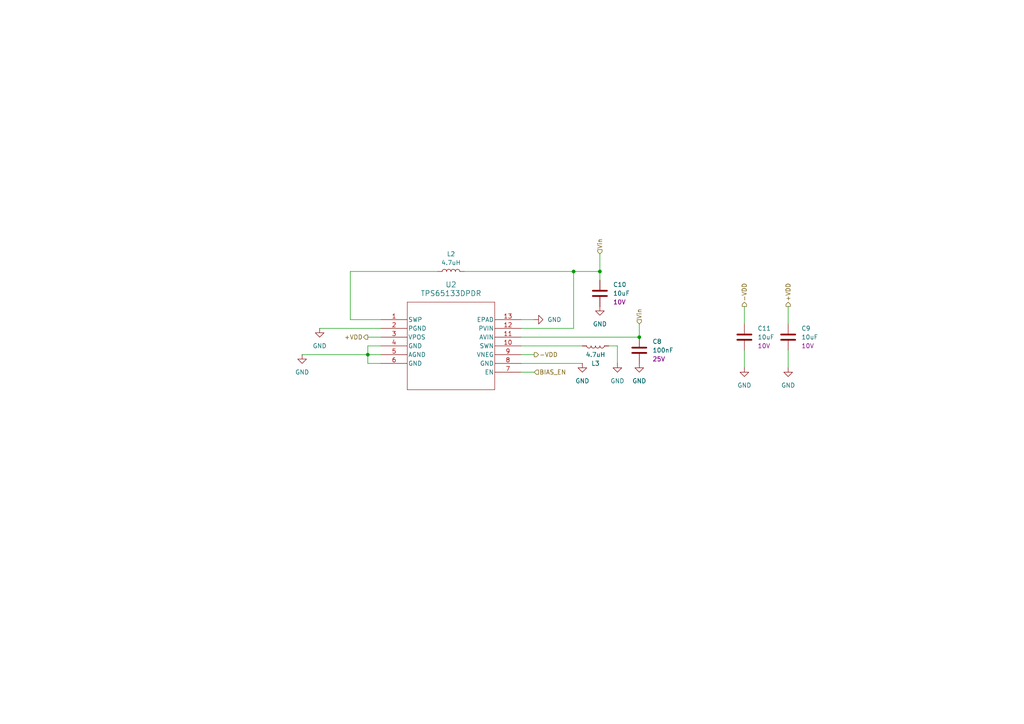
<source format=kicad_sch>
(kicad_sch (version 20250114) (generator "eeschema") (generator_version "9.0")
  (paper "A4")
  (title_block (date "2025-09-01") (rev "Proto A"))
  (lib_symbols
    (symbol "VXDash_ICs:TPS65133DPDR" (pin_names (offset 0.254))
      (property "Reference" "U" (at 20.32 10.16 0))
      (property "Value" "TPS65133DPDR" (at 20.32 7.62 0))
      (symbol "TPS65133DPDR_0_1"
        (polyline (pts (xy 7.62 5.08) (xy 7.62 -20.32)) (stroke (width 0.127)))
        (polyline (pts (xy 7.62 -20.32) (xy 33.02 -20.32)) (stroke (width 0.127)))
        (polyline (pts (xy 33.02 5.08) (xy 7.62 5.08)) (stroke (width 0.127)))
        (polyline (pts (xy 33.02 -20.32) (xy 33.02 5.08)) (stroke (width 0.127)))
        (pin unspecified line (at 0 0 0) (length 7.62) (name "SWP") (number "1"))
        (pin power_out line (at 0 -2.54 0) (length 7.62) (name "PGND") (number "2"))
        (pin unspecified line (at 0 -5.08 0) (length 7.62) (name "VPOS") (number "3"))
        (pin power_out line (at 0 -7.62 0) (length 7.62) (name "GND") (number "4"))
        (pin power_out line (at 0 -10.16 0) (length 7.62) (name "AGND") (number "5"))
        (pin power_out line (at 0 -12.7 0) (length 7.62) (name "GND") (number "6"))
        (pin unspecified line (at 40.64 0 180) (length 7.62) (name "EPAD") (number "13"))
        (pin unspecified line (at 40.64 -2.54 180) (length 7.62) (name "PVIN") (number "12"))
        (pin unspecified line (at 40.64 -5.08 180) (length 7.62) (name "AVIN") (number "11"))
        (pin unspecified line (at 40.64 -7.62 180) (length 7.62) (name "SWN") (number "10"))
        (pin unspecified line (at 40.64 -10.16 180) (length 7.62) (name "VNEG") (number "9"))
        (pin power_out line (at 40.64 -12.7 180) (length 7.62) (name "GND") (number "8"))
        (pin unspecified line (at 40.64 -15.24 180) (length 7.62) (name "EN") (number "7"))
      )
    )
    (symbol "VXDash_passives:Cap_MLCC" (pin_numbers (hide yes)) (pin_names (offset 0.254))
      (property "Reference" "C" (at 2.54 2.54 0))
      (property "Value" "Cap_MLCC" (at 2.54 0 0))
      (property "Voltage" "50V" (at 2.54 -2.54 0))
      (symbol "Cap_MLCC_0_1"
        (polyline (pts (xy -2.032 0.762) (xy 2.032 0.762)) (stroke (width 0.508)))
        (polyline (pts (xy -2.032 -0.762) (xy 2.032 -0.762)) (stroke (width 0.508)))
      )
      (symbol "Cap_MLCC_1_1"
        (pin passive line (at 0 3.81 270) (length 2.794) (name "~") (number "1"))
        (pin passive line (at 0 -3.81 90) (length 2.794) (name "~") (number "2"))
      )
    )
    (symbol "VXDash_passives:Ind" (pin_numbers (hide yes)) (pin_names (offset 1.016) (hide yes))
      (property "Reference" "L" (at -2.54 5.08 0))
      (property "Value" "Ind" (at -2.54 2.54 0))
      (symbol "Ind_0_1"
        (arc (start -2.54 0) (mid -1.905 0.6323) (end -1.27 0))
        (arc (start -1.27 0) (mid -0.635 0.6323) (end 0 0))
        (arc (start 0 0) (mid 0.635 0.6323) (end 1.27 0))
        (arc (start 1.27 0) (mid 1.905 0.6323) (end 2.54 0))
      )
      (symbol "Ind_1_1"
        (pin passive line (at -3.81 0 0) (length 1.27) (name "1") (number "1"))
        (pin passive line (at 3.81 0 180) (length 1.27) (name "2") (number "2"))
      )
    )
    (symbol "power:GND" (power) (pin_numbers (hide yes)) (pin_names (offset 0) (hide yes))
      (property "Value" "GND" (at 0 -3.81 0))
      (symbol "GND_0_1"
        (polyline (pts (xy 0 0) (xy 0 -1.27) (xy 1.27 -1.27) (xy 0 -2.54) (xy -1.27 -1.27) (xy 0 -1.27)))
      )
      (symbol "GND_1_1"
        (pin power_in line (at 0 0 270) (length 0) (name "~") (number "1"))
      )
    )
  )
  (junction (at 185.42 97.79))
  (junction (at 106.68 102.87))
  (junction (at 166.37 78.74))
  (junction (at 173.99 78.74))
  (wire (pts (xy 173.99 73.66) (xy 173.99 78.74)))
  (wire (pts (xy 185.42 93.98) (xy 185.42 97.79)))
  (wire (pts (xy 87.63 102.87) (xy 106.68 102.87)))
  (wire (pts (xy 166.37 78.74) (xy 173.99 78.74)))
  (wire (pts (xy 101.6 78.74) (xy 101.6 92.71)))
  (wire (pts (xy 151.13 107.95) (xy 154.94 107.95)))
  (wire (pts (xy 215.9 101.6) (xy 215.9 106.68)))
  (wire (pts (xy 179.07 100.33) (xy 179.07 105.41)))
  (wire (pts (xy 173.99 78.74) (xy 173.99 81.28)))
  (wire (pts (xy 127 78.74) (xy 101.6 78.74)))
  (wire (pts (xy 151.13 105.41) (xy 168.91 105.41)))
  (wire (pts (xy 101.6 92.71) (xy 110.49 92.71)))
  (wire (pts (xy 106.68 100.33) (xy 106.68 102.87)))
  (wire (pts (xy 106.68 105.41) (xy 106.68 102.87)))
  (wire (pts (xy 228.6 88.9) (xy 228.6 93.98)))
  (wire (pts (xy 106.68 97.79) (xy 110.49 97.79)))
  (wire (pts (xy 166.37 95.25) (xy 166.37 78.74)))
  (wire (pts (xy 151.13 97.79) (xy 185.42 97.79)))
  (wire (pts (xy 151.13 95.25) (xy 166.37 95.25)))
  (wire (pts (xy 106.68 102.87) (xy 110.49 102.87)))
  (wire (pts (xy 110.49 105.41) (xy 106.68 105.41)))
  (wire (pts (xy 166.37 78.74) (xy 134.62 78.74)))
  (wire (pts (xy 92.71 95.25) (xy 110.49 95.25)))
  (wire (pts (xy 228.6 101.6) (xy 228.6 106.68)))
  (wire (pts (xy 176.53 100.33) (xy 179.07 100.33)))
  (wire (pts (xy 151.13 102.87) (xy 154.94 102.87)))
  (wire (pts (xy 110.49 100.33) (xy 106.68 100.33)))
  (wire (pts (xy 151.13 100.33) (xy 168.91 100.33)))
  (wire (pts (xy 215.9 88.9) (xy 215.9 93.98)))
  (wire (pts (xy 151.13 92.71) (xy 154.94 92.71)))
  (hierarchical_label "Vin" (shape input) (at 185.42 93.98 90))
  (hierarchical_label "-VDD" (shape output) (at 154.94 102.87 0))
  (hierarchical_label "+VDD" (shape output) (at 106.68 97.79 180))
  (hierarchical_label "BIAS_EN" (shape input) (at 154.94 107.95 0))
  (hierarchical_label "+VDD" (shape output) (at 228.6 88.9 90))
  (hierarchical_label "Vin" (shape input) (at 173.99 73.66 90))
  (hierarchical_label "-VDD" (shape output) (at 215.9 88.9 90))
  (symbol (lib_id "VXDash_passives:Cap_MLCC") (at 215.9 97.79 0) (unit 1)
    (property "Reference" "C11" (at 219.71 95.2499 0) (effects (justify left)))
    (property "Value" "10uF" (at 219.71 97.7899 0) (effects (justify left)))
    (property "Footprint" "Capacitor_SMD:C_0805_2012Metric" (effects (hide yes)))
    (property "Description" "Ceramic Capacitor" (effects (hide yes)))
    (property "Voltage" "10V" (at 219.71 100.3299 0) (effects (justify left)))
    (property "Tol" "10%" (effects (hide yes)))
    (property "Dielectric" "X7R" (effects (hide yes)))
  )
  (symbol (lib_id "VXDash_passives:Cap_MLCC") (at 173.99 85.09 0) (unit 1)
    (property "Reference" "C10" (at 177.8 82.5499 0) (effects (justify left)))
    (property "Value" "10uF" (at 177.8 85.0899 0) (effects (justify left)))
    (property "Footprint" "Capacitor_SMD:C_0805_2012Metric" (effects (hide yes)))
    (property "Description" "Ceramic Capacitor" (effects (hide yes)))
    (property "Voltage" "10V" (at 177.8 87.6299 0) (effects (justify left)))
    (property "Tol" "10%" (effects (hide yes)))
    (property "Dielectric" "X7R" (effects (hide yes)))
  )
  (symbol (lib_id "VXDash_passives:Cap_MLCC") (at 228.6 97.79 0) (unit 1)
    (property "Reference" "C9" (at 232.41 95.2499 0) (effects (justify left)))
    (property "Value" "10uF" (at 232.41 97.7899 0) (effects (justify left)))
    (property "Footprint" "Capacitor_SMD:C_0805_2012Metric" (effects (hide yes)))
    (property "Description" "Ceramic Capacitor" (effects (hide yes)))
    (property "Voltage" "10V" (at 232.41 100.3299 0) (effects (justify left)))
    (property "Tol" "10%" (effects (hide yes)))
    (property "Dielectric" "X7R" (effects (hide yes)))
  )
  (symbol (lib_id "power:GND") (at 228.6 106.68 0) (unit 1)
    (property "Reference" "#PWR022" (effects (hide yes)))
    (property "Value" "GND" (at 228.6 111.76 0))
    (property "Description" "Power symbol creates a global label with name \"GND\" , ground" (effects (hide yes)))
  )
  (symbol (lib_id "power:GND") (at 173.99 88.9 0) (unit 1)
    (property "Reference" "#PWR015" (effects (hide yes)))
    (property "Value" "GND" (at 173.99 93.98 0))
    (property "Description" "Power symbol creates a global label with name \"GND\" , ground" (effects (hide yes)))
  )
  (symbol (lib_id "power:GND") (at 87.63 102.87 0) (unit 1)
    (property "Reference" "#PWR017" (effects (hide yes)))
    (property "Value" "GND" (at 87.63 107.95 0))
    (property "Description" "Power symbol creates a global label with name \"GND\" , ground" (effects (hide yes)))
  )
  (symbol (lib_id "power:GND") (at 179.07 105.41 0) (unit 1)
    (property "Reference" "#PWR019" (effects (hide yes)))
    (property "Value" "GND" (at 179.07 110.49 0))
    (property "Description" "Power symbol creates a global label with name \"GND\" , ground" (effects (hide yes)))
  )
  (symbol (lib_id "power:GND") (at 215.9 106.68 0) (unit 1)
    (property "Reference" "#PWR021" (effects (hide yes)))
    (property "Value" "GND" (at 215.9 111.76 0))
    (property "Description" "Power symbol creates a global label with name \"GND\" , ground" (effects (hide yes)))
  )
  (symbol (lib_id "power:GND") (at 154.94 92.71 90) (unit 1)
    (property "Reference" "#PWR014" (effects (hide yes)))
    (property "Value" "GND" (at 158.75 92.7099 90) (effects (justify right)))
    (property "Description" "Power symbol creates a global label with name \"GND\" , ground" (effects (hide yes)))
  )
  (symbol (lib_id "VXDash_ICs:TPS65133DPDR") (at 110.49 92.71 0) (unit 1)
    (property "Reference" "U2" (at 130.81 82.55 0) (effects (font (size 1.524 1.524))))
    (property "Value" "TPS65133DPDR" (at 130.81 85.09 0) (effects (font (size 1.524 1.524))))
    (property "Footprint" "Package_SON:WSON-12-1EP_3x3mm_P0.5mm_EP1.5x2.5mm_ThermalVias" (effects (hide yes)))
    (property "Datasheet" "https://www.ti.com/lit/gpn/tps65133" (effects (hide yes)))
    (property "Description" "IC REG AMOLED DISPL 2OUT 12WSON" (effects (hide yes)))
    (property "MFT" "Texas Instruments" (effects (hide yes)))
    (property "MFT_PN" "TPS65133DPDR" (effects (hide yes)))
  )
  (symbol (lib_id "power:GND") (at 168.91 105.41 0) (unit 1)
    (property "Reference" "#PWR020" (effects (hide yes)))
    (property "Value" "GND" (at 168.91 110.49 0))
    (property "Description" "Power symbol creates a global label with name \"GND\" , ground" (effects (hide yes)))
  )
  (symbol (lib_id "VXDash_passives:Ind") (at 172.72 100.33 180) (unit 1)
    (property "Reference" "L3" (at 172.72 105.41 0))
    (property "Value" "4.7uH" (at 172.72 102.87 0))
    (property "Footprint" "Inductor_SMD:L_1008_2520Metric" (effects (hide yes)))
    (property "Datasheet" "https://www.murata.com/~/media/webrenewal/products/inductor/chip/tokoproducts/wirewoundmetalalloychiptype/m_dfe252012c.ashx" (effects (hide yes)))
    (property "Description" "Inductor" (effects (hide yes)))
    (property "MFT" "Murata Electronics" (effects (hide yes)))
    (property "MFT_PN" "1239AS-H-4R7M=P2" (effects (hide yes)))
    (property "Irated" "1.3A" (effects (hide yes)))
    (property "Isat" "1.5A" (effects (hide yes)))
    (property "DCR" "240mOhm" (effects (hide yes)))
    (property "Tol" "20%" (effects (hide yes)))
  )
  (symbol (lib_id "power:GND") (at 185.42 105.41 0) (unit 1)
    (property "Reference" "#PWR018" (effects (hide yes)))
    (property "Value" "GND" (at 185.42 110.49 0))
    (property "Description" "Power symbol creates a global label with name \"GND\" , ground" (effects (hide yes)))
  )
  (symbol (lib_id "VXDash_passives:Ind") (at 130.81 78.74 0) (unit 1)
    (property "Reference" "L2" (at 130.81 73.66 0))
    (property "Value" "4.7uH" (at 130.81 76.2 0))
    (property "Footprint" "Inductor_SMD:L_1008_2520Metric" (effects (hide yes)))
    (property "Datasheet" "https://www.murata.com/~/media/webrenewal/products/inductor/chip/tokoproducts/wirewoundmetalalloychiptype/m_dfe252012c.ashx" (effects (hide yes)))
    (property "Description" "Inductor" (effects (hide yes)))
    (property "MFT" "Murata Electronics" (effects (hide yes)))
    (property "MFT_PN" "1239AS-H-4R7M=P2" (effects (hide yes)))
    (property "Irated" "1.3A" (effects (hide yes)))
    (property "Isat" "1.5A" (effects (hide yes)))
    (property "DCR" "240mOhm" (effects (hide yes)))
    (property "Tol" "20%" (effects (hide yes)))
  )
  (symbol (lib_id "VXDash_passives:Cap_MLCC") (at 185.42 101.6 0) (unit 1)
    (property "Reference" "C8" (at 189.23 99.0599 0) (effects (justify left)))
    (property "Value" "100nF" (at 189.23 101.5999 0) (effects (justify left)))
    (property "Footprint" "Capacitor_SMD:C_0805_2012Metric" (effects (hide yes)))
    (property "Description" "Ceramic Capacitor" (effects (hide yes)))
    (property "Voltage" "25V" (at 189.23 104.1399 0) (effects (justify left)))
    (property "Tol" "10%" (effects (hide yes)))
    (property "Dielectric" "X7R" (effects (hide yes)))
  )
  (symbol (lib_id "power:GND") (at 92.71 95.25 0) (unit 1)
    (property "Reference" "#PWR016" (effects (hide yes)))
    (property "Value" "GND" (at 92.71 100.33 0))
    (property "Description" "Power symbol creates a global label with name \"GND\" , ground" (effects (hide yes)))
  )
)
</source>
